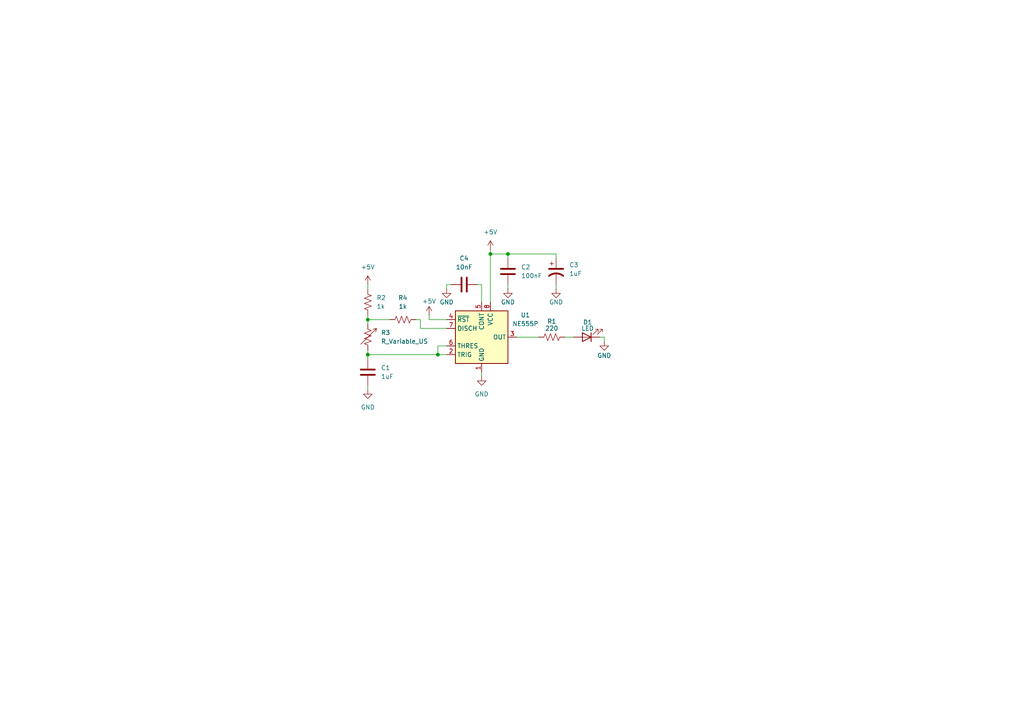
<source format=kicad_sch>
(kicad_sch (version 20250114) (generator "eeschema") (generator_version "9.0")
  (paper "A4")
  (title_block (title "555") (date "2026-01-30") (company "Chris Alphabet"))
  (lib_symbols
    (symbol "Device:C" (pin_numbers (hide yes)) (pin_names (offset 0.254))
      (property "Reference" "C" (at 0.635 2.54 0))
      (property "Value" "C" (at 0.635 -2.54 0))
      (symbol "C_0_1"
        (polyline (pts (xy -2.032 0.762) (xy 2.032 0.762)) (stroke (width 0.508)))
        (polyline (pts (xy -2.032 -0.762) (xy 2.032 -0.762)) (stroke (width 0.508)))
      )
      (symbol "C_1_1"
        (pin passive line (at 0 3.81 270) (length 2.794) (name "~") (number "1"))
        (pin passive line (at 0 -3.81 90) (length 2.794) (name "~") (number "2"))
      )
    )
    (symbol "Device:C_Polarized_US" (pin_numbers (hide yes)) (pin_names (offset 0.254) (hide yes))
      (property "Reference" "C" (at 0.635 2.54 0))
      (property "Value" "C_Polarized_US" (at 0.635 -2.54 0))
      (symbol "C_Polarized_US_0_1"
        (polyline (pts (xy -2.032 0.762) (xy 2.032 0.762)) (stroke (width 0.508)))
        (polyline (pts (xy -1.778 2.286) (xy -0.762 2.286)))
        (polyline (pts (xy -1.27 1.778) (xy -1.27 2.794)))
        (arc (start -2.032 -1.27) (mid 0 -0.5572) (end 2.032 -1.27) (stroke (width 0.508)))
      )
      (symbol "C_Polarized_US_1_1"
        (pin passive line (at 0 3.81 270) (length 2.794) (name "~") (number "1"))
        (pin passive line (at 0 -3.81 90) (length 3.302) (name "~") (number "2"))
      )
    )
    (symbol "Device:LED" (pin_numbers (hide yes)) (pin_names (offset 1.016) (hide yes))
      (property "Reference" "D" (at 0 2.54 0))
      (property "Value" "LED" (at 0 -2.54 0))
      (symbol "LED_0_1"
        (polyline (pts (xy -3.048 -0.762) (xy -4.572 -2.286) (xy -3.81 -2.286) (xy -4.572 -2.286) (xy -4.572 -1.524)))
        (polyline (pts (xy -1.778 -0.762) (xy -3.302 -2.286) (xy -2.54 -2.286) (xy -3.302 -2.286) (xy -3.302 -1.524)))
        (polyline (pts (xy -1.27 0) (xy 1.27 0)))
        (polyline (pts (xy -1.27 -1.27) (xy -1.27 1.27)) (stroke (width 0.254)))
        (polyline (pts (xy 1.27 -1.27) (xy 1.27 1.27) (xy -1.27 0) (xy 1.27 -1.27)) (stroke (width 0.254)))
      )
      (symbol "LED_1_1"
        (pin passive line (at -3.81 0 0) (length 2.54) (name "K") (number "1"))
        (pin passive line (at 3.81 0 180) (length 2.54) (name "A") (number "2"))
      )
    )
    (symbol "Device:R_US" (pin_numbers (hide yes)) (pin_names (offset 0))
      (property "Reference" "R" (at 2.54 0 90))
      (property "Value" "R_US" (at -2.54 0 90))
      (symbol "R_US_0_1"
        (polyline (pts (xy 0 2.286) (xy 0 2.54)))
        (polyline (pts (xy 0 2.286) (xy 1.016 1.905) (xy 0 1.524) (xy -1.016 1.143) (xy 0 0.762)))
        (polyline (pts (xy 0 0.762) (xy 1.016 0.381) (xy 0 0) (xy -1.016 -0.381) (xy 0 -0.762)))
        (polyline (pts (xy 0 -0.762) (xy 1.016 -1.143) (xy 0 -1.524) (xy -1.016 -1.905) (xy 0 -2.286)))
        (polyline (pts (xy 0 -2.286) (xy 0 -2.54)))
      )
      (symbol "R_US_1_1"
        (pin passive line (at 0 3.81 270) (length 1.27) (name "~") (number "1"))
        (pin passive line (at 0 -3.81 90) (length 1.27) (name "~") (number "2"))
      )
    )
    (symbol "Device:R_Variable_US" (pin_numbers (hide yes)) (pin_names (offset 0))
      (property "Reference" "R" (at 2.54 -2.54 90))
      (property "Value" "R_Variable_US" (at -2.54 -1.27 90))
      (symbol "R_Variable_US_0_1"
        (polyline (pts (xy 0 2.286) (xy 0 2.54)))
        (polyline (pts (xy 0 2.286) (xy 1.016 1.905) (xy 0 1.524) (xy -1.016 1.143) (xy 0 0.762)) (stroke (width 0.1524)))
        (polyline (pts (xy 0 0.762) (xy 1.016 0.381) (xy 0 0) (xy -1.016 -0.381) (xy 0 -0.762)))
        (polyline (pts (xy 0 -0.762) (xy 1.016 -1.143) (xy 0 -1.524) (xy -1.016 -1.905) (xy 0 -2.286)))
        (polyline (pts (xy 0 -2.286) (xy 0 -2.54)))
        (polyline (pts (xy 2.286 1.524) (xy 2.54 2.54) (xy 1.524 2.286) (xy 2.54 2.54) (xy -2.032 -2.032)) (stroke (width 0.1524)))
      )
      (symbol "R_Variable_US_1_1"
        (pin passive line (at 0 3.81 270) (length 1.27) (name "~") (number "1"))
        (pin passive line (at 0 -3.81 90) (length 1.27) (name "~") (number "2"))
      )
    )
    (symbol "Timer:NE555P"
      (property "Reference" "U" (at -10.16 8.89 0))
      (property "Value" "NE555P" (at 2.54 8.89 0))
      (symbol "NE555P_0_0"
        (pin power_in line (at 0 -10.16 90) (length 2.54) (name "GND") (number "1"))
        (pin power_in line (at 2.54 10.16 270) (length 2.54) (name "VCC") (number "8"))
      )
      (symbol "NE555P_0_1"
        (rectangle (start -7.62 7.62) (end 7.62 -7.62) (stroke (width 0.254)) (fill (type background)))
      )
      (symbol "NE555P_1_1"
        (pin input line (at -10.16 5.08 0) (length 2.54) (name "~{RST}") (number "4"))
        (pin input line (at -10.16 2.54 0) (length 2.54) (name "DISCH") (number "7"))
        (pin input line (at -10.16 -2.54 0) (length 2.54) (name "THRES") (number "6"))
        (pin input line (at -10.16 -5.08 0) (length 2.54) (name "TRIG") (number "2"))
        (pin open_collector line (at 0 10.16 270) (length 2.54) (name "CONT") (number "5"))
        (pin output line (at 10.16 0 180) (length 2.54) (name "OUT") (number "3"))
      )
    )
    (symbol "power:+5V" (power) (pin_numbers (hide yes)) (pin_names (offset 0) (hide yes))
      (property "Value" "+5V" (at 0 3.556 0))
      (symbol "+5V_0_1"
        (polyline (pts (xy -0.762 1.27) (xy 0 2.54)))
        (polyline (pts (xy 0 2.54) (xy 0.762 1.27)))
        (polyline (pts (xy 0 0) (xy 0 2.54)))
      )
      (symbol "+5V_1_1"
        (pin power_in line (at 0 0 90) (length 0) (name "~") (number "1"))
      )
    )
    (symbol "power:GND" (power) (pin_numbers (hide yes)) (pin_names (offset 0) (hide yes))
      (property "Value" "GND" (at 0 -3.81 0))
      (symbol "GND_0_1"
        (polyline (pts (xy 0 0) (xy 0 -1.27) (xy 1.27 -1.27) (xy 0 -2.54) (xy -1.27 -1.27) (xy 0 -1.27)))
      )
      (symbol "GND_1_1"
        (pin power_in line (at 0 0 270) (length 0) (name "~") (number "1"))
      )
    )
  )
  (junction (at 147.32 73.66))
  (junction (at 127 102.87))
  (junction (at 106.68 102.87))
  (junction (at 142.24 73.66))
  (junction (at 106.68 92.71))
  (wire (pts (xy 147.32 73.66) (xy 147.32 74.93)))
  (wire (pts (xy 139.7 107.95) (xy 139.7 109.22)))
  (wire (pts (xy 129.54 82.55) (xy 130.81 82.55)))
  (wire (pts (xy 106.68 91.44) (xy 106.68 92.71)))
  (wire (pts (xy 106.68 101.6) (xy 106.68 102.87)))
  (wire (pts (xy 139.7 87.63) (xy 139.7 82.55)))
  (wire (pts (xy 149.86 97.79) (xy 156.21 97.79)))
  (wire (pts (xy 139.7 82.55) (xy 138.43 82.55)))
  (wire (pts (xy 142.24 73.66) (xy 147.32 73.66)))
  (wire (pts (xy 124.46 92.71) (xy 129.54 92.71)))
  (wire (pts (xy 124.46 91.44) (xy 124.46 92.71)))
  (wire (pts (xy 127 100.33) (xy 127 102.87)))
  (wire (pts (xy 120.65 92.71) (xy 121.92 92.71)))
  (wire (pts (xy 163.83 97.79) (xy 166.37 97.79)))
  (wire (pts (xy 173.99 97.79) (xy 175.26 97.79)))
  (wire (pts (xy 161.29 82.55) (xy 161.29 83.82)))
  (wire (pts (xy 106.68 92.71) (xy 106.68 93.98)))
  (wire (pts (xy 129.54 100.33) (xy 127 100.33)))
  (wire (pts (xy 106.68 111.76) (xy 106.68 113.03)))
  (wire (pts (xy 161.29 74.93) (xy 161.29 73.66)))
  (wire (pts (xy 147.32 82.55) (xy 147.32 83.82)))
  (wire (pts (xy 127 102.87) (xy 129.54 102.87)))
  (wire (pts (xy 106.68 82.55) (xy 106.68 83.82)))
  (wire (pts (xy 121.92 95.25) (xy 129.54 95.25)))
  (wire (pts (xy 175.26 97.79) (xy 175.26 99.06)))
  (wire (pts (xy 121.92 92.71) (xy 121.92 95.25)))
  (wire (pts (xy 106.68 92.71) (xy 113.03 92.71)))
  (wire (pts (xy 142.24 73.66) (xy 142.24 87.63)))
  (wire (pts (xy 147.32 73.66) (xy 161.29 73.66)))
  (wire (pts (xy 106.68 102.87) (xy 106.68 104.14)))
  (wire (pts (xy 129.54 83.82) (xy 129.54 82.55)))
  (wire (pts (xy 106.68 102.87) (xy 127 102.87)))
  (wire (pts (xy 142.24 72.39) (xy 142.24 73.66)))
  (symbol (lib_id "power:+5V") (at 142.24 72.39 0) (unit 1)
    (property "Reference" "#PWR02" (effects (hide yes)))
    (property "Value" "+5V" (at 142.24 67.31 0))
    (property "Description" "Power symbol creates a global label with name \"+5V\"" (effects (hide yes)))
  )
  (symbol (lib_id "power:+5V") (at 106.68 82.55 0) (unit 1)
    (property "Reference" "#PWR04" (effects (hide yes)))
    (property "Value" "+5V" (at 106.68 77.47 0))
    (property "Description" "Power symbol creates a global label with name \"+5V\"" (effects (hide yes)))
  )
  (symbol (lib_id "Timer:NE555P") (at 139.7 97.79 0) (unit 1)
    (property "Reference" "U1" (at 152.4 91.3698 0))
    (property "Value" "NE555P" (at 152.4 93.9098 0))
    (property "Footprint" "Package_DIP:DIP-8_W7.62mm" (effects (hide yes)))
    (property "Datasheet" "http://www.ti.com/lit/ds/symlink/ne555.pdf" (effects (hide yes)))
    (property "Description" "Precision Timers, 555 compatible, PDIP-8" (effects (hide yes)))
  )
  (symbol (lib_id "Device:C") (at 106.68 107.95 0) (unit 1)
    (property "Reference" "C1" (at 110.49 106.6799 0) (effects (justify left)))
    (property "Value" "1uF" (at 110.49 109.2199 0) (effects (justify left)))
    (property "Description" "Unpolarized capacitor" (effects (hide yes)))
  )
  (symbol (lib_id "Device:R_US") (at 106.68 87.63 180) (unit 1)
    (property "Reference" "R2" (at 109.22 86.3599 0) (effects (justify right)))
    (property "Value" "1k" (at 109.22 88.8999 0) (effects (justify right)))
    (property "Description" "Resistor, US symbol" (effects (hide yes)))
  )
  (symbol (lib_id "Device:R_Variable_US") (at 106.68 97.79 0) (unit 1)
    (property "Reference" "R3" (at 110.49 96.4818 0) (effects (justify left)))
    (property "Value" "R_Variable_US" (at 110.49 99.0218 0) (effects (justify left)))
    (property "Description" "Variable resistor, US symbol" (effects (hide yes)))
  )
  (symbol (lib_id "power:GND") (at 175.26 99.06 0) (unit 1)
    (property "Reference" "#PWR05" (effects (hide yes)))
    (property "Value" "GND" (at 175.26 103.124 0))
    (property "Description" "Power symbol creates a global label with name \"GND\" , ground" (effects (hide yes)))
  )
  (symbol (lib_id "Device:LED") (at 170.18 97.79 180) (unit 1)
    (property "Reference" "D1" (at 170.434 93.472 0))
    (property "Value" "LED" (at 170.434 95.25 0))
    (property "Description" "Light emitting diode" (effects (hide yes)))
    (property "Sim.Pins" "1=K 2=A" (effects (hide yes)))
  )
  (symbol (lib_id "power:GND") (at 106.68 113.03 0) (unit 1)
    (property "Reference" "#PWR03" (effects (hide yes)))
    (property "Value" "GND" (at 106.68 118.11 0))
    (property "Description" "Power symbol creates a global label with name \"GND\" , ground" (effects (hide yes)))
  )
  (symbol (lib_id "power:GND") (at 139.7 109.22 0) (unit 1)
    (property "Reference" "#PWR01" (effects (hide yes)))
    (property "Value" "GND" (at 139.7 114.3 0))
    (property "Description" "Power symbol creates a global label with name \"GND\" , ground" (effects (hide yes)))
  )
  (symbol (lib_id "power:+5V") (at 124.46 91.44 0) (unit 1)
    (property "Reference" "#PWR09" (effects (hide yes)))
    (property "Value" "+5V" (at 124.46 87.376 0))
    (property "Description" "Power symbol creates a global label with name \"+5V\"" (effects (hide yes)))
  )
  (symbol (lib_id "power:GND") (at 147.32 83.82 0) (unit 1)
    (property "Reference" "#PWR07" (effects (hide yes)))
    (property "Value" "GND" (at 147.32 87.63 0))
    (property "Description" "Power symbol creates a global label with name \"GND\" , ground" (effects (hide yes)))
  )
  (symbol (lib_id "Device:C_Polarized_US") (at 161.29 78.74 0) (unit 1)
    (property "Reference" "C3" (at 165.1 76.8349 0) (effects (justify left)))
    (property "Value" "1uF" (at 165.1 79.3749 0) (effects (justify left)))
    (property "Description" "Polarized capacitor, US symbol" (effects (hide yes)))
  )
  (symbol (lib_id "Device:C") (at 134.62 82.55 90) (unit 1)
    (property "Reference" "C4" (at 134.62 74.93 90))
    (property "Value" "10nF" (at 134.62 77.47 90))
    (property "Description" "Unpolarized capacitor" (effects (hide yes)))
  )
  (symbol (lib_id "Device:C") (at 147.32 78.74 0) (unit 1)
    (property "Reference" "C2" (at 151.13 77.4699 0) (effects (justify left)))
    (property "Value" "100nF" (at 151.13 80.0099 0) (effects (justify left)))
    (property "Description" "Unpolarized capacitor" (effects (hide yes)))
  )
  (symbol (lib_id "Device:R_US") (at 160.02 97.79 90) (unit 1)
    (property "Reference" "R1" (at 160.02 93.218 90))
    (property "Value" "220" (at 160.02 95.25 90))
    (property "Description" "Resistor, US symbol" (effects (hide yes)))
  )
  (symbol (lib_id "Device:R_US") (at 116.84 92.71 270) (unit 1)
    (property "Reference" "R4" (at 116.84 86.36 90))
    (property "Value" "1k" (at 116.84 88.9 90))
    (property "Description" "Resistor, US symbol" (effects (hide yes)))
  )
  (symbol (lib_id "power:GND") (at 161.29 83.82 0) (unit 1)
    (property "Reference" "#PWR08" (effects (hide yes)))
    (property "Value" "GND" (at 161.29 87.63 0))
    (property "Description" "Power symbol creates a global label with name \"GND\" , ground" (effects (hide yes)))
  )
  (symbol (lib_id "power:GND") (at 129.54 83.82 0) (unit 1)
    (property "Reference" "#PWR06" (effects (hide yes)))
    (property "Value" "GND" (at 129.54 87.63 0))
    (property "Description" "Power symbol creates a global label with name \"GND\" , ground" (effects (hide yes)))
  )
)
</source>
